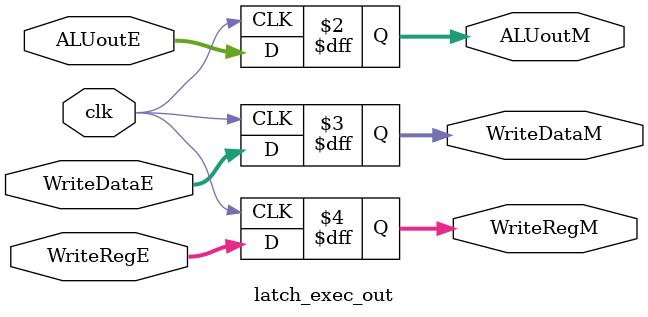
<source format=v>
`timescale 1ns / 1ps
module latch_exec_out(

	input wire [31:0]ALUoutE,
	input wire [31:0]WriteDataE,
	input wire [4:0]WriteRegE,
	
	output reg [31:0]ALUoutM,
	output reg [31:0]WriteDataM,
	output reg [4:0]WriteRegM,
	
	input wire clk
    );
	 
	 always@(posedge clk)
	 begin
			ALUoutM <= ALUoutE;
			WriteDataM <= WriteDataE;
			WriteRegM <= WriteRegE;
	 end


endmodule

</source>
